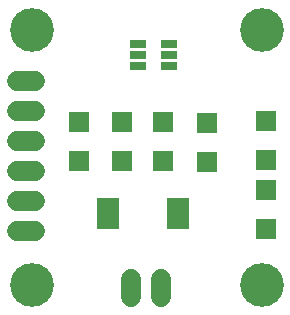
<source format=gbs>
G04 EAGLE Gerber RS-274X export*
G75*
%MOMM*%
%FSLAX34Y34*%
%LPD*%
%INSoldermask Bottom*%
%IPPOS*%
%AMOC8*
5,1,8,0,0,1.08239X$1,22.5*%
G01*
G04 Define Apertures*
%ADD10C,3.703200*%
%ADD11R,1.403200X0.753200*%
%ADD12R,1.727200X1.727200*%
%ADD13C,1.727200*%
%ADD14R,1.983200X0.653200*%
D10*
X33000Y248000D03*
X228000Y248000D03*
X33000Y31750D03*
X228000Y31750D03*
D11*
X123099Y217250D03*
X123099Y226750D03*
X123099Y236250D03*
X149101Y236250D03*
X149101Y217250D03*
X149101Y226750D03*
D12*
X109900Y170160D03*
X109900Y137140D03*
X73500Y137140D03*
X73500Y170160D03*
D13*
X36020Y77800D02*
X20780Y77800D01*
X20780Y103200D02*
X36020Y103200D01*
X36020Y128600D02*
X20780Y128600D01*
X20780Y154000D02*
X36020Y154000D01*
X36020Y179400D02*
X20780Y179400D01*
X20780Y204800D02*
X36020Y204800D01*
D12*
X144300Y170160D03*
X144300Y137140D03*
X231250Y79290D03*
X231250Y112310D03*
X231250Y170460D03*
X231250Y137440D03*
X181250Y135590D03*
X181250Y168610D03*
D14*
X157350Y102200D03*
X157350Y95700D03*
X157350Y89200D03*
X157350Y82700D03*
X97950Y102200D03*
X97950Y95700D03*
X97950Y89200D03*
X97950Y82700D03*
D13*
X142700Y36620D02*
X142700Y21380D01*
X117300Y21380D02*
X117300Y36620D01*
M02*

</source>
